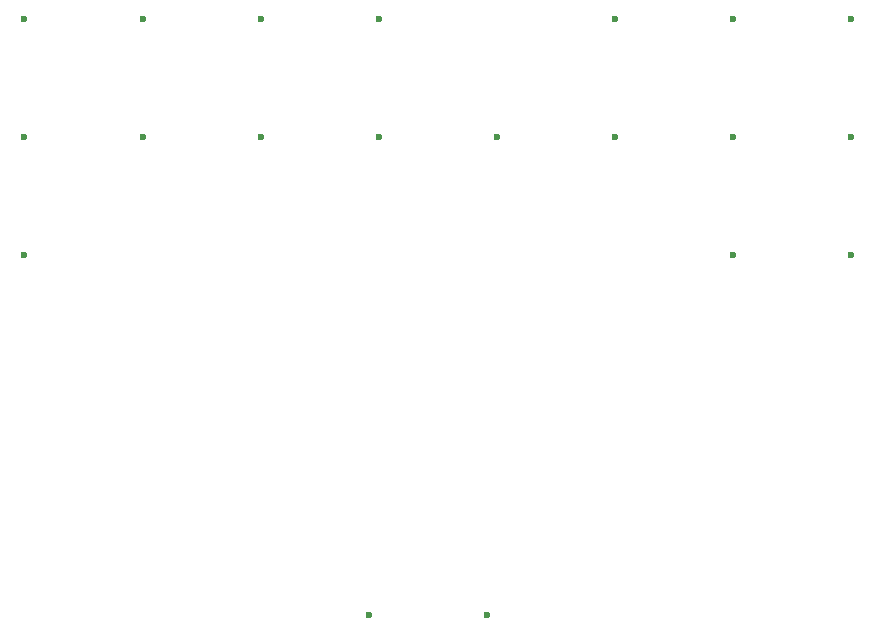
<source format=gbr>
%TF.GenerationSoftware,KiCad,Pcbnew,8.0.3-8.0.3-0~ubuntu23.10.1*%
%TF.CreationDate,2024-10-21T12:14:11-04:00*%
%TF.ProjectId,neck_electrode,6e65636b-5f65-46c6-9563-74726f64652e,rev?*%
%TF.SameCoordinates,Original*%
%TF.FileFunction,Copper,L2,Inr*%
%TF.FilePolarity,Positive*%
%FSLAX46Y46*%
G04 Gerber Fmt 4.6, Leading zero omitted, Abs format (unit mm)*
G04 Created by KiCad (PCBNEW 8.0.3-8.0.3-0~ubuntu23.10.1) date 2024-10-21 12:14:11*
%MOMM*%
%LPD*%
G01*
G04 APERTURE LIST*
%TA.AperFunction,ViaPad*%
%ADD10C,0.600000*%
%TD*%
G04 APERTURE END LIST*
D10*
%TO.N,GND*%
X183089286Y-88000000D03*
X142250000Y-118500000D03*
X143089286Y-78000000D03*
X153089286Y-78000000D03*
X173089286Y-78000000D03*
X163089286Y-68000000D03*
X133089286Y-78000000D03*
X163089286Y-78000000D03*
X113089286Y-68000000D03*
X183089286Y-78000000D03*
X123089286Y-78000000D03*
X183089286Y-68000000D03*
X152250000Y-118500000D03*
X113089286Y-88000000D03*
X173089286Y-88000000D03*
X143089286Y-68000000D03*
X113089286Y-78000000D03*
X133089286Y-68000000D03*
X173089286Y-68000000D03*
X123089286Y-68000000D03*
%TD*%
M02*

</source>
